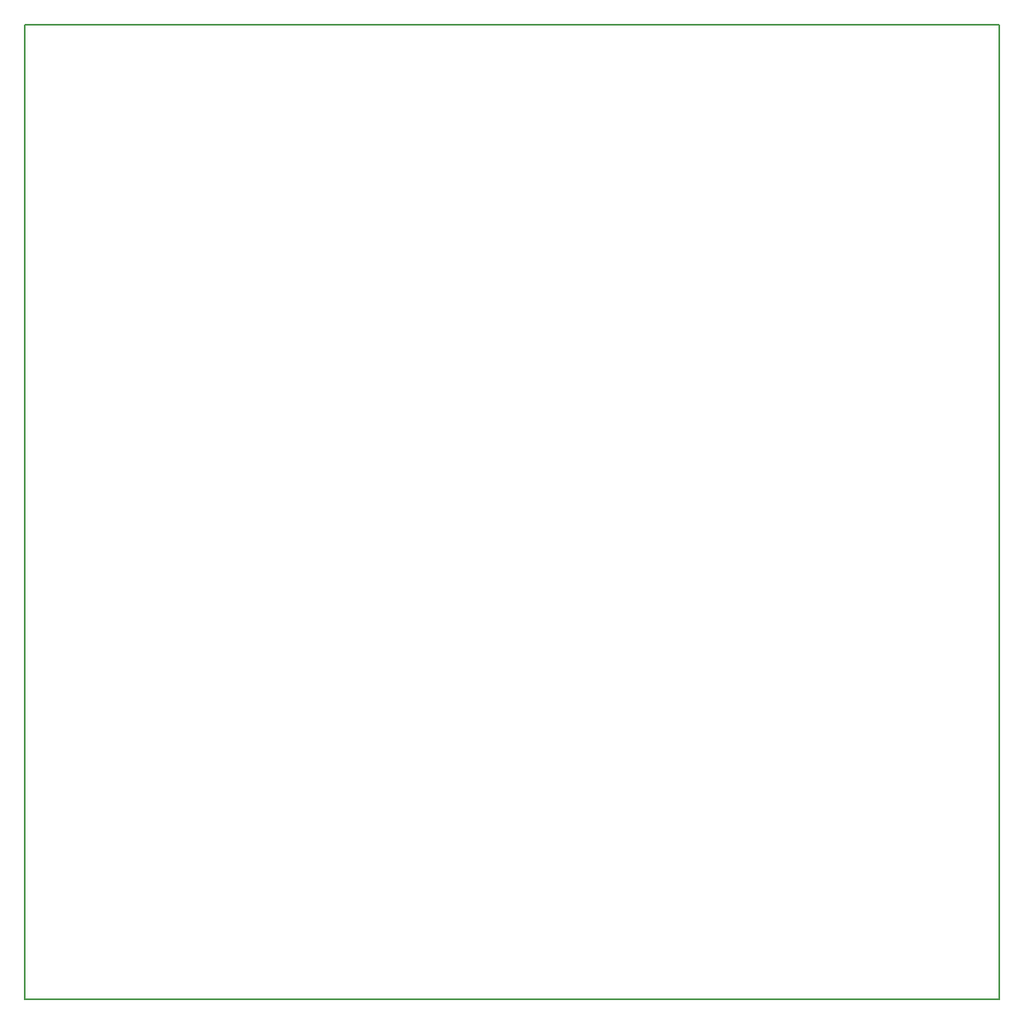
<source format=gbr>
G04 #@! TF.FileFunction,Profile,NP*
%FSLAX46Y46*%
G04 Gerber Fmt 4.6, Leading zero omitted, Abs format (unit mm)*
G04 Created by KiCad (PCBNEW 4.0.6) date 07/25/17 01:39:03*
%MOMM*%
%LPD*%
G01*
G04 APERTURE LIST*
%ADD10C,0.100000*%
%ADD11C,0.150000*%
G04 APERTURE END LIST*
D10*
D11*
X50000000Y-50000000D02*
X150000000Y-50000000D01*
X50000000Y-150000000D02*
X50000000Y-50000000D01*
X150000000Y-150000000D02*
X50000000Y-150000000D01*
X150000000Y-50000000D02*
X150000000Y-150000000D01*
M02*

</source>
